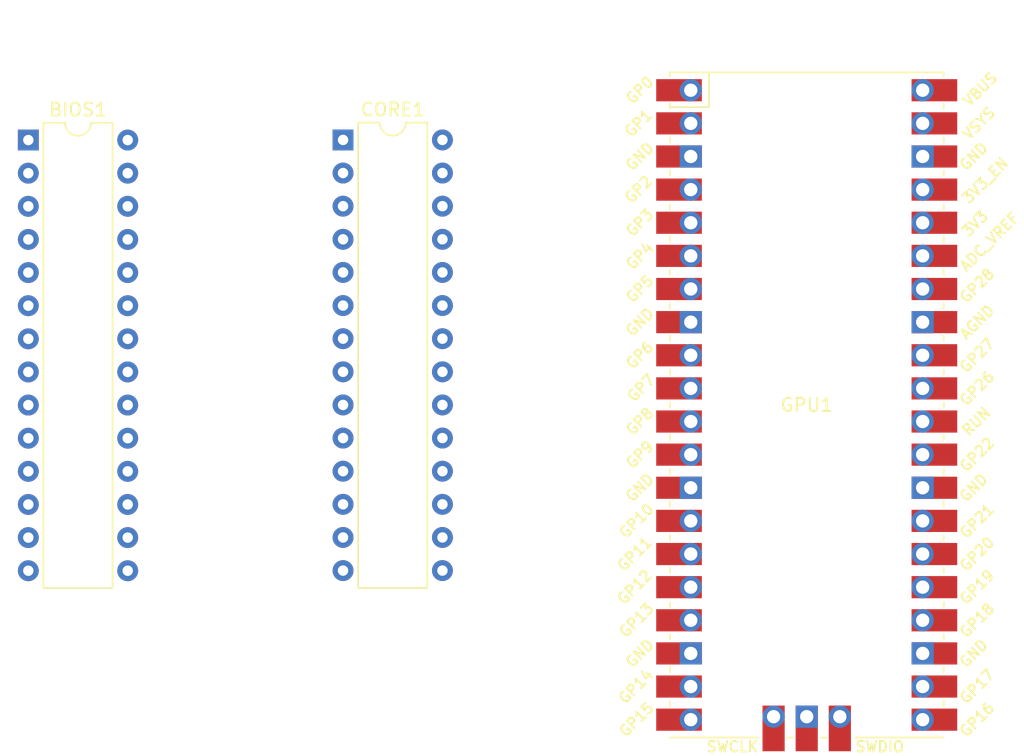
<source format=kicad_pcb>
(kicad_pcb (version 20211014) (generator pcbnew)
  (layers (0 "F.Cu" signal) (31 "B.Cu" signal) (34 "B.Paste" user) (35 "F.Paste" user) (36 "B.SilkS" user "B.Silkscreen") (37 "F.SilkS" user "F.Silkscreen") (38 "B.Mask" user) (39 "F.Mask" user) (44 "Edge.Cuts" user))
  (net 0 "")
  (net 8 "Net-(BIOS1-Pad22)")
  (net 35 "Net-(CORE1-Pad22)")
  (footprint "Package_DIP:DIP-28_W7.62mm" (layer "F.Cu") (at 69.86 43.19)
    (fp_text reference "BIOS1" (at 3.81 -2.33) (layer "F.SilkS"))
    (fp_text value "ATmega328P-P")
    (fp_line (start 2.81 -1.33) (end 1.16 -1.33) (layer "F.SilkS") (width 0.12))
    (fp_line (start 1.16 -1.33) (end 1.16 34.35) (layer "F.SilkS") (width 0.12))
    (fp_line (start 6.46 -1.33) (end 4.81 -1.33) (layer "F.SilkS") (width 0.12))
    (fp_line (start 6.46 34.35) (end 6.46 -1.33) (layer "F.SilkS") (width 0.12))
    (fp_line (start 1.16 34.35) (end 6.46 34.35) (layer "F.SilkS") (width 0.12))
    (fp_arc (start 4.81 -1.33) (mid 3.81 -0.33) (end 2.81 -1.33) (layer "F.SilkS") (width 0.12))
    (pad "1" thru_hole rect (at 0 0) (size 1.6 1.6) (drill 0.8) (layers *.Cu *.Mask))
    (pad "2" thru_hole oval (at 0 2.54) (size 1.6 1.6) (drill 0.8) (layers *.Cu *.Mask))
    (pad "3" thru_hole oval (at 0 5.08) (size 1.6 1.6) (drill 0.8) (layers *.Cu *.Mask))
    (pad "4" thru_hole oval (at 0 7.62) (size 1.6 1.6) (drill 0.8) (layers *.Cu *.Mask))
    (pad "5" thru_hole oval (at 0 10.16) (size 1.6 1.6) (drill 0.8) (layers *.Cu *.Mask))
    (pad "6" thru_hole oval (at 0 12.7) (size 1.6 1.6) (drill 0.8) (layers *.Cu *.Mask))
    (pad "7" thru_hole oval (at 0 15.24) (size 1.6 1.6) (drill 0.8) (layers *.Cu *.Mask))
    (pad "8" thru_hole oval (at 0 17.78) (size 1.6 1.6) (drill 0.8) (layers *.Cu *.Mask) (net 8 "Net-(BIOS1-Pad22)"))
    (pad "9" thru_hole oval (at 0 20.32) (size 1.6 1.6) (drill 0.8) (layers *.Cu *.Mask))
    (pad "10" thru_hole oval (at 0 22.86) (size 1.6 1.6) (drill 0.8) (layers *.Cu *.Mask))
    (pad "11" thru_hole oval (at 0 25.4) (size 1.6 1.6) (drill 0.8) (layers *.Cu *.Mask))
    (pad "12" thru_hole oval (at 0 27.94) (size 1.6 1.6) (drill 0.8) (layers *.Cu *.Mask))
    (pad "13" thru_hole oval (at 0 30.48) (size 1.6 1.6) (drill 0.8) (layers *.Cu *.Mask))
    (pad "14" thru_hole oval (at 0 33.02) (size 1.6 1.6) (drill 0.8) (layers *.Cu *.Mask))
    (pad "15" thru_hole oval (at 7.62 33.02) (size 1.6 1.6) (drill 0.8) (layers *.Cu *.Mask))
    (pad "16" thru_hole oval (at 7.62 30.48) (size 1.6 1.6) (drill 0.8) (layers *.Cu *.Mask))
    (pad "17" thru_hole oval (at 7.62 27.94) (size 1.6 1.6) (drill 0.8) (layers *.Cu *.Mask))
    (pad "18" thru_hole oval (at 7.62 25.4) (size 1.6 1.6) (drill 0.8) (layers *.Cu *.Mask))
    (pad "19" thru_hole oval (at 7.62 22.86) (size 1.6 1.6) (drill 0.8) (layers *.Cu *.Mask))
    (pad "20" thru_hole oval (at 7.62 20.32) (size 1.6 1.6) (drill 0.8) (layers *.Cu *.Mask))
    (pad "21" thru_hole oval (at 7.62 17.78) (size 1.6 1.6) (drill 0.8) (layers *.Cu *.Mask))
    (pad "22" thru_hole oval (at 7.62 15.24) (size 1.6 1.6) (drill 0.8) (layers *.Cu *.Mask) (net 8 "Net-(BIOS1-Pad22)"))
    (pad "23" thru_hole oval (at 7.62 12.7) (size 1.6 1.6) (drill 0.8) (layers *.Cu *.Mask))
    (pad "24" thru_hole oval (at 7.62 10.16) (size 1.6 1.6) (drill 0.8) (layers *.Cu *.Mask))
    (pad "25" thru_hole oval (at 7.62 7.62) (size 1.6 1.6) (drill 0.8) (layers *.Cu *.Mask))
    (pad "26" thru_hole oval (at 7.62 5.08) (size 1.6 1.6) (drill 0.8) (layers *.Cu *.Mask))
    (pad "27" thru_hole oval (at 7.62 2.54) (size 1.6 1.6) (drill 0.8) (layers *.Cu *.Mask))
    (pad "28" thru_hole oval (at 7.62 0) (size 1.6 1.6) (drill 0.8) (layers *.Cu *.Mask))
  )
  (footprint "Package_DIP:DIP-28_W7.62mm" (layer "F.Cu") (at 93.99 43.18)
    (fp_text reference "CORE1" (at 3.81 -2.33) (layer "F.SilkS"))
    (fp_text value "ATmega328P-P")
    (fp_line (start 1.16 34.35) (end 6.46 34.35) (layer "F.SilkS") (width 0.12))
    (fp_line (start 6.46 34.35) (end 6.46 -1.33) (layer "F.SilkS") (width 0.12))
    (fp_line (start 6.46 -1.33) (end 4.81 -1.33) (layer "F.SilkS") (width 0.12))
    (fp_line (start 1.16 -1.33) (end 1.16 34.35) (layer "F.SilkS") (width 0.12))
    (fp_line (start 2.81 -1.33) (end 1.16 -1.33) (layer "F.SilkS") (width 0.12))
    (fp_arc (start 4.81 -1.33) (mid 3.81 -0.33) (end 2.81 -1.33) (layer "F.SilkS") (width 0.12))
    (pad "1" thru_hole rect (at 0 0) (size 1.6 1.6) (drill 0.8) (layers *.Cu *.Mask))
    (pad "2" thru_hole oval (at 0 2.54) (size 1.6 1.6) (drill 0.8) (layers *.Cu *.Mask))
    (pad "3" thru_hole oval (at 0 5.08) (size 1.6 1.6) (drill 0.8) (layers *.Cu *.Mask))
    (pad "4" thru_hole oval (at 0 7.62) (size 1.6 1.6) (drill 0.8) (layers *.Cu *.Mask))
    (pad "5" thru_hole oval (at 0 10.16) (size 1.6 1.6) (drill 0.8) (layers *.Cu *.Mask))
    (pad "6" thru_hole oval (at 0 12.7) (size 1.6 1.6) (drill 0.8) (layers *.Cu *.Mask))
    (pad "7" thru_hole oval (at 0 15.24) (size 1.6 1.6) (drill 0.8) (layers *.Cu *.Mask))
    (pad "8" thru_hole oval (at 0 17.78) (size 1.6 1.6) (drill 0.8) (layers *.Cu *.Mask) (net 35 "Net-(CORE1-Pad22)"))
    (pad "9" thru_hole oval (at 0 20.32) (size 1.6 1.6) (drill 0.8) (layers *.Cu *.Mask))
    (pad "10" thru_hole oval (at 0 22.86) (size 1.6 1.6) (drill 0.8) (layers *.Cu *.Mask))
    (pad "11" thru_hole oval (at 0 25.4) (size 1.6 1.6) (drill 0.8) (layers *.Cu *.Mask))
    (pad "12" thru_hole oval (at 0 27.94) (size 1.6 1.6) (drill 0.8) (layers *.Cu *.Mask))
    (pad "13" thru_hole oval (at 0 30.48) (size 1.6 1.6) (drill 0.8) (layers *.Cu *.Mask))
    (pad "14" thru_hole oval (at 0 33.02) (size 1.6 1.6) (drill 0.8) (layers *.Cu *.Mask))
    (pad "15" thru_hole oval (at 7.62 33.02) (size 1.6 1.6) (drill 0.8) (layers *.Cu *.Mask))
    (pad "16" thru_hole oval (at 7.62 30.48) (size 1.6 1.6) (drill 0.8) (layers *.Cu *.Mask))
    (pad "17" thru_hole oval (at 7.62 27.94) (size 1.6 1.6) (drill 0.8) (layers *.Cu *.Mask))
    (pad "18" thru_hole oval (at 7.62 25.4) (size 1.6 1.6) (drill 0.8) (layers *.Cu *.Mask))
    (pad "19" thru_hole oval (at 7.62 22.86) (size 1.6 1.6) (drill 0.8) (layers *.Cu *.Mask))
    (pad "20" thru_hole oval (at 7.62 20.32) (size 1.6 1.6) (drill 0.8) (layers *.Cu *.Mask))
    (pad "21" thru_hole oval (at 7.62 17.78) (size 1.6 1.6) (drill 0.8) (layers *.Cu *.Mask))
    (pad "22" thru_hole oval (at 7.62 15.24) (size 1.6 1.6) (drill 0.8) (layers *.Cu *.Mask) (net 35 "Net-(CORE1-Pad22)"))
    (pad "23" thru_hole oval (at 7.62 12.7) (size 1.6 1.6) (drill 0.8) (layers *.Cu *.Mask))
    (pad "24" thru_hole oval (at 7.62 10.16) (size 1.6 1.6) (drill 0.8) (layers *.Cu *.Mask))
    (pad "25" thru_hole oval (at 7.62 7.62) (size 1.6 1.6) (drill 0.8) (layers *.Cu *.Mask))
    (pad "26" thru_hole oval (at 7.62 5.08) (size 1.6 1.6) (drill 0.8) (layers *.Cu *.Mask))
    (pad "27" thru_hole oval (at 7.62 2.54) (size 1.6 1.6) (drill 0.8) (layers *.Cu *.Mask))
    (pad "28" thru_hole oval (at 7.62 0) (size 1.6 1.6) (drill 0.8) (layers *.Cu *.Mask))
  )
  (footprint "MCU_RaspberryPi_and_Boards:RPi_Pico_SMD_TH" (layer "F.Cu") (at 129.54 63.5)
    (fp_text reference "GPU1" (at 0 0) (layer "F.SilkS"))
    (fp_text value "Pico")
    (fp_text user "3V3_EN" (at 13.7 -17.2 45) (layer "F.SilkS") (effects (font (size 0.8 0.8))))
    (fp_text user "GP9" (at -12.8 3.81 45) (layer "F.SilkS") (effects (font (size 0.8 0.8))))
    (fp_text user "ADC_VREF" (at 14 -12.5 45) (layer "F.SilkS") (effects (font (size 0.8 0.8))))
    (fp_text user "GP26" (at 13.054 -1.27 45) (layer "F.SilkS") (effects (font (size 0.8 0.8))))
    (fp_text user "GP0" (at -12.8 -24.13 45) (layer "F.SilkS") (effects (font (size 0.8 0.8))))
    (fp_text user "GP28" (at 13.054 -9.144 45) (layer "F.SilkS") (effects (font (size 0.8 0.8))))
    (fp_text user "GP21" (at 13.054 8.9 45) (layer "F.SilkS") (effects (font (size 0.8 0.8))))
    (fp_text user "GND" (at -12.8 19.05 45) (layer "F.SilkS") (effects (font (size 0.8 0.8))))
    (fp_text user "VSYS" (at 13.2 -21.59 45) (layer "F.SilkS") (effects (font (size 0.8 0.8))))
    (fp_text user "GND" (at -12.8 -19.05 45) (layer "F.SilkS") (effects (font (size 0.8 0.8))))
    (fp_text user "RUN" (at 13 1.27 45) (layer "F.SilkS") (effects (font (size 0.8 0.8))))
    (fp_text user "GP8" (at -12.8 1.27 45) (layer "F.SilkS") (effects (font (size 0.8 0.8))))
    (fp_text user "3V3" (at 12.9 -13.9 45) (layer "F.SilkS") (effects (font (size 0.8 0.8))))
    (fp_text user "GP3" (at -12.8 -13.97 45) (layer "F.SilkS") (effects (font (size 0.8 0.8))))
    (fp_text user "GND" (at -12.8 6.35 45) (layer "F.SilkS") (effects (font (size 0.8 0.8))))
    (fp_text user "GP12" (at -13.2 13.97 45) (layer "F.SilkS") (effects (font (size 0.8 0.8))))
    (fp_text user "GP1" (at -12.9 -21.6 45) (layer "F.SilkS") (effects (font (size 0.8 0.8))))
    (fp_text user "GP7" (at -12.7 -1.3 45) (layer "F.SilkS") (effects (font (size 0.8 0.8))))
    (fp_text user "GP19" (at 13.054 13.97 45) (layer "F.SilkS") (effects (font (size 0.8 0.8))))
    (fp_text user "GP22" (at 13.054 3.81 45) (layer "F.SilkS") (effects (font (size 0.8 0.8))))
    (fp_text user "VBUS" (at 13.3 -24.2 45) (layer "F.SilkS") (effects (font (size 0.8 0.8))))
    (fp_text user "GP20" (at 13.054 11.43 45) (layer "F.SilkS") (effects (font (size 0.8 0.8))))
    (fp_text user "GP13" (at -13.054 16.51 45) (layer "F.SilkS") (effects (font (size 0.8 0.8))))
    (fp_text user "GND" (at -12.8 -6.35 45) (layer "F.SilkS") (effects (font (size 0.8 0.8))))
    (fp_text user "GND" (at 12.8 6.35 45) (layer "F.SilkS") (effects (font (size 0.8 0.8))))
    (fp_text user "GP17" (at 13.054 21.59 45) (layer "F.SilkS") (effects (font (size 0.8 0.8))))
    (fp_text user "GP18" (at 13.054 16.51 45) (layer "F.SilkS") (effects (font (size 0.8 0.8))))
    (fp_text user "GP4" (at -12.8 -11.43 45) (layer "F.SilkS") (effects (font (size 0.8 0.8))))
    (fp_text user "GND" (at 12.8 19.05 45) (layer "F.SilkS") (effects (font (size 0.8 0.8))))
    (fp_text user "GP6" (at -12.8 -3.81 45) (layer "F.SilkS") (effects (font (size 0.8 0.8))))
    (fp_text user "GND" (at 12.8 -19.05 45) (layer "F.SilkS") (effects (font (size 0.8 0.8))))
    (fp_text user "SWCLK" (at -5.7 26.2) (layer "F.SilkS") (effects (font (size 0.8 0.8))))
    (fp_text user "SWDIO" (at 5.6 26.2) (layer "F.SilkS") (effects (font (size 0.8 0.8))))
    (fp_text user "GP11" (at -13.2 11.43 45) (layer "F.SilkS") (effects (font (size 0.8 0.8))))
    (fp_text user "GP2" (at -12.9 -16.51 45) (layer "F.SilkS") (effects (font (size 0.8 0.8))))
    (fp_text user "GP27" (at 13.054 -3.8 45) (layer "F.SilkS") (effects (font (size 0.8 0.8))))
    (fp_text user "GP5" (at -12.8 -8.89 45) (layer "F.SilkS") (effects (font (size 0.8 0.8))))
    (fp_text user "AGND" (at 13.054 -6.35 45) (layer "F.SilkS") (effects (font (size 0.8 0.8))))
    (fp_text user "GP16" (at 13.054 24.13 45) (layer "F.SilkS") (effects (font (size 0.8 0.8))))
    (fp_text user "GP10" (at -13.054 8.89 45) (layer "F.SilkS") (effects (font (size 0.8 0.8))))
    (fp_text user "GP15" (at -13.054 24.13 45) (layer "F.SilkS") (effects (font (size 0.8 0.8))))
    (fp_text user "GP14" (at -13.1 21.59 45) (layer "F.SilkS") (effects (font (size 0.8 0.8))))
    (fp_line (start 10.5 -7.8) (end 10.5 -7.4) (layer "F.SilkS") (width 0.12))
    (fp_line (start 10.5 -5.3) (end 10.5 -4.9) (layer "F.SilkS") (width 0.12))
    (fp_line (start -10.5 -15.4) (end -10.5 -15) (layer "F.SilkS") (width 0.12))
    (fp_line (start 10.5 -23.1) (end 10.5 -22.7) (layer "F.SilkS") (width 0.12))
    (fp_line (start -10.5 12.5) (end -10.5 12.9) (layer "F.SilkS") (width 0.12))
    (fp_line (start 10.5 2.3) (end 10.5 2.7) (layer "F.SilkS") (width 0.12))
    (fp_line (start -10.5 -25.5) (end 10.5 -25.5) (layer "F.SilkS") (width 0.12))
    (fp_line (start -10.5 -12.9) (end -10.5 -12.5) (layer "F.SilkS") (width 0.12))
    (fp_line (start 1.1 25.5) (end 1.5 25.5) (layer "F.SilkS") (width 0.12))
    (fp_line (start 10.5 -10.4) (end 10.5 -10) (layer "F.SilkS") (width 0.12))
    (fp_line (start -10.5 -5.3) (end -10.5 -4.9) (layer "F.SilkS") (width 0.12))
    (fp_line (start -10.5 -22.833) (end -7.493 -22.833) (layer "F.SilkS") (width 0.12))
    (fp_line (start -10.5 7.4) (end -10.5 7.8) (layer "F.SilkS") (width 0.12))
    (fp_line (start -10.5 15.1) (end -10.5 15.5) (layer "F.SilkS") (width 0.12))
    (fp_line (start 10.5 22.7) (end 10.5 23.1) (layer "F.SilkS") (width 0.12))
    (fp_line (start -10.5 20.1) (end -10.5 20.5) (layer "F.SilkS") (width 0.12))
    (fp_line (start -10.5 -18) (end -10.5 -17.6) (layer "F.SilkS") (width 0.12))
    (fp_line (start -10.5 4.9) (end -10.5 5.3) (layer "F.SilkS") (width 0.12))
    (fp_line (start -3.7 25.5) (end -10.5 25.5) (layer "F.SilkS") (width 0.12))
    (fp_line (start -10.5 -20.5) (end -10.5 -20.1) (layer "F.SilkS") (width 0.12))
    (fp_line (start -10.5 -25.5) (end -10.5 -25.2) (layer "F.SilkS") (width 0.12))
    (fp_line (start -10.5 17.6) (end -10.5 18) (layer "F.SilkS") (width 0.12))
    (fp_line (start 10.5 -12.9) (end 10.5 -12.5) (layer "F.SilkS") (width 0.12))
    (fp_line (start 10.5 -18) (end 10.5 -17.6) (layer "F.SilkS") (width 0.12))
    (fp_line (start 10.5 4.9) (end 10.5 5.3) (layer "F.SilkS") (width 0.12))
    (fp_line (start -10.5 22.7) (end -10.5 23.1) (layer "F.SilkS") (width 0.12))
    (fp_line (start 10.5 10) (end 10.5 10.4) (layer "F.SilkS") (width 0.12))
    (fp_line (start 10.5 -20.5) (end 10.5 -20.1) (layer "F.SilkS") (width 0.12))
    (fp_line (start 10.5 15.1) (end 10.5 15.5) (layer "F.SilkS") (width 0.12))
    (fp_line (start 10.5 20.1) (end 10.5 20.5) (layer "F.SilkS") (width 0.12))
    (fp_line (start 10.5 7.4) (end 10.5 7.8) (layer "F.SilkS") (width 0.12))
    (fp_line (start 10.5 25.5) (end 3.7 25.5) (layer "F.SilkS") (width 0.12))
    (fp_line (start 10.5 17.6) (end 10.5 18) (layer "F.SilkS") (width 0.12))
    (fp_line (start 10.5 -15.4) (end 10.5 -15) (layer "F.SilkS") (width 0.12))
    (fp_line (start 10.5 -25.5) (end 10.5 -25.2) (layer "F.SilkS") (width 0.12))
    (fp_line (start -7.493 -22.833) (end -7.493 -25.5) (layer "F.SilkS") (width 0.12))
    (fp_line (start -10.5 10) (end -10.5 10.4) (layer "F.SilkS") (width 0.12))
    (fp_line (start 10.5 12.5) (end 10.5 12.9) (layer "F.SilkS") (width 0.12))
    (fp_line (start -10.5 -7.8) (end -10.5 -7.4) (layer "F.SilkS") (width 0.12))
    (fp_line (start 10.5 -2.7) (end 10.5 -2.3) (layer "F.SilkS") (width 0.12))
    (fp_line (start -10.5 -0.2) (end -10.5 0.2) (layer "F.SilkS") (width 0.12))
    (fp_line (start -10.5 2.3) (end -10.5 2.7) (layer "F.SilkS") (width 0.12))
    (fp_line (start -1.5 25.5) (end -1.1 25.5) (layer "F.SilkS") (width 0.12))
    (fp_line (start -10.5 -2.7) (end -10.5 -2.3) (layer "F.SilkS") (width 0.12))
    (fp_line (start -10.5 -10.4) (end -10.5 -10) (layer "F.SilkS") (width 0.12))
    (fp_line (start -10.5 -23.1) (end -10.5 -22.7) (layer "F.SilkS") (width 0.12))
    (fp_line (start 10.5 -0.2) (end 10.5 0.2) (layer "F.SilkS") (width 0.12))
    (pad "" np_thru_hole oval locked (at 2.425 -20.97) (size 1.5 1.5) (drill 1.5) (layers *.Cu *.Mask))
    (pad "" np_thru_hole oval locked (at -2.425 -20.97) (size 1.5 1.5) (drill 1.5) (layers *.Cu *.Mask))
    (pad "" np_thru_hole oval locked (at 2.725 -24) (size 1.8 1.8) (drill 1.8) (layers *.Cu *.Mask))
    (pad "" np_thru_hole oval locked (at -2.725 -24) (size 1.8 1.8) (drill 1.8) (layers *.Cu *.Mask))
    (pad "1" smd rect locked (at -8.89 -24.13) (size 3.5 1.7) (drill (offset -0.9 0)) (layers "F.Cu" "F.Mask"))
    (pad "1" thru_hole oval locked (at -8.89 -24.13) (size 1.7 1.7) (drill 1.02) (layers *.Cu *.Mask))
    (pad "2" smd rect locked (at -8.89 -21.59) (size 3.5 1.7) (drill (offset -0.9 0)) (layers "F.Cu" "F.Mask"))
    (pad "2" thru_hole oval locked (at -8.89 -21.59) (size 1.7 1.7) (drill 1.02) (layers *.Cu *.Mask))
    (pad "3" smd rect locked (at -8.89 -19.05) (size 3.5 1.7) (drill (offset -0.9 0)) (layers "F.Cu" "F.Mask"))
    (pad "3" thru_hole rect locked (at -8.89 -19.05) (size 1.7 1.7) (drill 1.02) (layers *.Cu *.Mask))
    (pad "4" thru_hole oval locked (at -8.89 -16.51) (size 1.7 1.7) (drill 1.02) (layers *.Cu *.Mask))
    (pad "4" smd rect locked (at -8.89 -16.51) (size 3.5 1.7) (drill (offset -0.9 0)) (layers "F.Cu" "F.Mask"))
    (pad "5" smd rect locked (at -8.89 -13.97) (size 3.5 1.7) (drill (offset -0.9 0)) (layers "F.Cu" "F.Mask"))
    (pad "5" thru_hole oval locked (at -8.89 -13.97) (size 1.7 1.7) (drill 1.02) (layers *.Cu *.Mask))
    (pad "6" thru_hole oval locked (at -8.89 -11.43) (size 1.7 1.7) (drill 1.02) (layers *.Cu *.Mask))
    (pad "6" smd rect locked (at -8.89 -11.43) (size 3.5 1.7) (drill (offset -0.9 0)) (layers "F.Cu" "F.Mask"))
    (pad "7" smd rect locked (at -8.89 -8.89) (size 3.5 1.7) (drill (offset -0.9 0)) (layers "F.Cu" "F.Mask"))
    (pad "7" thru_hole oval locked (at -8.89 -8.89) (size 1.7 1.7) (drill 1.02) (layers *.Cu *.Mask))
    (pad "8" thru_hole rect locked (at -8.89 -6.35) (size 1.7 1.7) (drill 1.02) (layers *.Cu *.Mask))
    (pad "8" smd rect locked (at -8.89 -6.35) (size 3.5 1.7) (drill (offset -0.9 0)) (layers "F.Cu" "F.Mask"))
    (pad "9" smd rect locked (at -8.89 -3.81) (size 3.5 1.7) (drill (offset -0.9 0)) (layers "F.Cu" "F.Mask"))
    (pad "9" thru_hole oval locked (at -8.89 -3.81) (size 1.7 1.7) (drill 1.02) (layers *.Cu *.Mask))
    (pad "10" smd rect locked (at -8.89 -1.27) (size 3.5 1.7) (drill (offset -0.9 0)) (layers "F.Cu" "F.Mask"))
    (pad "10" thru_hole oval locked (at -8.89 -1.27) (size 1.7 1.7) (drill 1.02) (layers *.Cu *.Mask))
    (pad "11" thru_hole oval locked (at -8.89 1.27) (size 1.7 1.7) (drill 1.02) (layers *.Cu *.Mask))
    (pad "11" smd rect locked (at -8.89 1.27) (size 3.5 1.7) (drill (offset -0.9 0)) (layers "F.Cu" "F.Mask"))
    (pad "12" thru_hole oval locked (at -8.89 3.81) (size 1.7 1.7) (drill 1.02) (layers *.Cu *.Mask))
    (pad "12" smd rect locked (at -8.89 3.81) (size 3.5 1.7) (drill (offset -0.9 0)) (layers "F.Cu" "F.Mask"))
    (pad "13" thru_hole rect locked (at -8.89 6.35) (size 1.7 1.7) (drill 1.02) (layers *.Cu *.Mask))
    (pad "13" smd rect locked (at -8.89 6.35) (size 3.5 1.7) (drill (offset -0.9 0)) (layers "F.Cu" "F.Mask"))
    (pad "14" smd rect locked (at -8.89 8.89) (size 3.5 1.7) (drill (offset -0.9 0)) (layers "F.Cu" "F.Mask"))
    (pad "14" thru_hole oval locked (at -8.89 8.89) (size 1.7 1.7) (drill 1.02) (layers *.Cu *.Mask))
    (pad "15" thru_hole oval locked (at -8.89 11.43) (size 1.7 1.7) (drill 1.02) (layers *.Cu *.Mask))
    (pad "15" smd rect locked (at -8.89 11.43) (size 3.5 1.7) (drill (offset -0.9 0)) (layers "F.Cu" "F.Mask"))
    (pad "16" thru_hole oval locked (at -8.89 13.97) (size 1.7 1.7) (drill 1.02) (layers *.Cu *.Mask))
    (pad "16" smd rect locked (at -8.89 13.97) (size 3.5 1.7) (drill (offset -0.9 0)) (layers "F.Cu" "F.Mask"))
    (pad "17" smd rect locked (at -8.89 16.51) (size 3.5 1.7) (drill (offset -0.9 0)) (layers "F.Cu" "F.Mask"))
    (pad "17" thru_hole oval locked (at -8.89 16.51) (size 1.7 1.7) (drill 1.02) (layers *.Cu *.Mask))
    (pad "18" thru_hole rect locked (at -8.89 19.05) (size 1.7 1.7) (drill 1.02) (layers *.Cu *.Mask))
    (pad "18" smd rect locked (at -8.89 19.05) (size 3.5 1.7) (drill (offset -0.9 0)) (layers "F.Cu" "F.Mask"))
    (pad "19" smd rect locked (at -8.89 21.59) (size 3.5 1.7) (drill (offset -0.9 0)) (layers "F.Cu" "F.Mask"))
    (pad "19" thru_hole oval locked (at -8.89 21.59) (size 1.7 1.7) (drill 1.02) (layers *.Cu *.Mask))
    (pad "20" smd rect locked (at -8.89 24.13) (size 3.5 1.7) (drill (offset -0.9 0)) (layers "F.Cu" "F.Mask"))
    (pad "20" thru_hole oval locked (at -8.89 24.13) (size 1.7 1.7) (drill 1.02) (layers *.Cu *.Mask))
    (pad "21" smd rect locked (at 8.89 24.13) (size 3.5 1.7) (drill (offset 0.9 0)) (layers "F.Cu" "F.Mask"))
    (pad "21" thru_hole oval locked (at 8.89 24.13) (size 1.7 1.7) (drill 1.02) (layers *.Cu *.Mask))
    (pad "22" smd rect locked (at 8.89 21.59) (size 3.5 1.7) (drill (offset 0.9 0)) (layers "F.Cu" "F.Mask"))
    (pad "22" thru_hole oval locked (at 8.89 21.59) (size 1.7 1.7) (drill 1.02) (layers *.Cu *.Mask))
    (pad "23" smd rect locked (at 8.89 19.05) (size 3.5 1.7) (drill (offset 0.9 0)) (layers "F.Cu" "F.Mask"))
    (pad "23" thru_hole rect locked (at 8.89 19.05) (size 1.7 1.7) (drill 1.02) (layers *.Cu *.Mask))
    (pad "24" smd rect locked (at 8.89 16.51) (size 3.5 1.7) (drill (offset 0.9 0)) (layers "F.Cu" "F.Mask"))
    (pad "24" thru_hole oval locked (at 8.89 16.51) (size 1.7 1.7) (drill 1.02) (layers *.Cu *.Mask))
    (pad "25" thru_hole oval locked (at 8.89 13.97) (size 1.7 1.7) (drill 1.02) (layers *.Cu *.Mask))
    (pad "25" smd rect locked (at 8.89 13.97) (size 3.5 1.7) (drill (offset 0.9 0)) (layers "F.Cu" "F.Mask"))
    (pad "26" thru_hole oval locked (at 8.89 11.43) (size 1.7 1.7) (drill 1.02) (layers *.Cu *.Mask))
    (pad "26" smd rect locked (at 8.89 11.43) (size 3.5 1.7) (drill (offset 0.9 0)) (layers "F.Cu" "F.Mask"))
    (pad "27" smd rect locked (at 8.89 8.89) (size 3.5 1.7) (drill (offset 0.9 0)) (layers "F.Cu" "F.Mask"))
    (pad "27" thru_hole oval locked (at 8.89 8.89) (size 1.7 1.7) (drill 1.02) (layers *.Cu *.Mask))
    (pad "28" smd rect locked (at 8.89 6.35) (size 3.5 1.7) (drill (offset 0.9 0)) (layers "F.Cu" "F.Mask"))
    (pad "28" thru_hole rect locked (at 8.89 6.35) (size 1.7 1.7) (drill 1.02) (layers *.Cu *.Mask))
    (pad "29" smd rect locked (at 8.89 3.81) (size 3.5 1.7) (drill (offset 0.9 0)) (layers "F.Cu" "F.Mask"))
    (pad "29" thru_hole oval locked (at 8.89 3.81) (size 1.7 1.7) (drill 1.02) (layers *.Cu *.Mask))
    (pad "30" thru_hole oval locked (at 8.89 1.27) (size 1.7 1.7) (drill 1.02) (layers *.Cu *.Mask))
    (pad "30" smd rect locked (at 8.89 1.27) (size 3.5 1.7) (drill (offset 0.9 0)) (layers "F.Cu" "F.Mask"))
    (pad "31" smd rect locked (at 8.89 -1.27) (size 3.5 1.7) (drill (offset 0.9 0)) (layers "F.Cu" "F.Mask"))
    (pad "31" thru_hole oval locked (at 8.89 -1.27) (size 1.7 1.7) (drill 1.02) (layers *.Cu *.Mask))
    (pad "32" thru_hole oval locked (at 8.89 -3.81) (size 1.7 1.7) (drill 1.02) (layers *.Cu *.Mask))
    (pad "32" smd rect locked (at 8.89 -3.81) (size 3.5 1.7) (drill (offset 0.9 0)) (layers "F.Cu" "F.Mask"))
    (pad "33" smd rect locked (at 8.89 -6.35) (size 3.5 1.7) (drill (offset 0.9 0)) (layers "F.Cu" "F.Mask"))
    (pad "33" thru_hole rect locked (at 8.89 -6.35) (size 1.7 1.7) (drill 1.02) (layers *.Cu *.Mask))
    (pad "34" smd rect locked (at 8.89 -8.89) (size 3.5 1.7) (drill (offset 0.9 0)) (layers "F.Cu" "F.Mask"))
    (pad "34" thru_hole oval locked (at 8.89 -8.89) (size 1.7 1.7) (drill 1.02) (layers *.Cu *.Mask))
    (pad "35" thru_hole oval locked (at 8.89 -11.43) (size 1.7 1.7) (drill 1.02) (layers *.Cu *.Mask))
    (pad "35" smd rect locked (at 8.89 -11.43) (size 3.5 1.7) (drill (offset 0.9 0)) (layers "F.Cu" "F.Mask"))
    (pad "36" thru_hole oval locked (at 8.89 -13.97) (size 1.7 1.7) (drill 1.02) (layers *.Cu *.Mask))
    (pad "36" smd rect locked (at 8.89 -13.97) (size 3.5 1.7) (drill (offset 0.9 0)) (layers "F.Cu" "F.Mask"))
    (pad "37" smd rect locked (at 8.89 -16.51) (size 3.5 1.7) (drill (offset 0.9 0)) (layers "F.Cu" "F.Mask"))
    (pad "37" thru_hole oval locked (at 8.89 -16.51) (size 1.7 1.7) (drill 1.02) (layers *.Cu *.Mask))
    (pad "38" thru_hole rect locked (at 8.89 -19.05) (size 1.7 1.7) (drill 1.02) (layers *.Cu *.Mask))
    (pad "38" smd rect locked (at 8.89 -19.05) (size 3.5 1.7) (drill (offset 0.9 0)) (layers "F.Cu" "F.Mask"))
    (pad "39" smd rect locked (at 8.89 -21.59) (size 3.5 1.7) (drill (offset 0.9 0)) (layers "F.Cu" "F.Mask"))
    (pad "39" thru_hole oval locked (at 8.89 -21.59) (size 1.7 1.7) (drill 1.02) (layers *.Cu *.Mask))
    (pad "40" thru_hole oval locked (at 8.89 -24.13) (size 1.7 1.7) (drill 1.02) (layers *.Cu *.Mask))
    (pad "40" smd rect locked (at 8.89 -24.13) (size 3.5 1.7) (drill (offset 0.9 0)) (layers "F.Cu" "F.Mask"))
    (pad "41" smd rect locked (at -2.54 23.9 90) (size 3.5 1.7) (drill (offset -0.9 0)) (layers "F.Cu" "F.Mask"))
    (pad "41" thru_hole oval locked (at -2.54 23.9) (size 1.7 1.7) (drill 1.02) (layers *.Cu *.Mask))
    (pad "42" smd rect locked (at 0 23.9 90) (size 3.5 1.7) (drill (offset -0.9 0)) (layers "F.Cu" "F.Mask"))
    (pad "42" thru_hole rect locked (at 0 23.9) (size 1.7 1.7) (drill 1.02) (layers *.Cu *.Mask))
    (pad "43" thru_hole oval locked (at 2.54 23.9) (size 1.7 1.7) (drill 1.02) (layers *.Cu *.Mask))
    (pad "43" smd rect locked (at 2.54 23.9 90) (size 3.5 1.7) (drill (offset -0.9 0)) (layers "F.Cu" "F.Mask"))
  )
)
</source>
